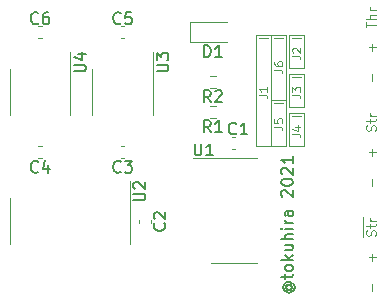
<source format=gbr>
%TF.GenerationSoftware,KiCad,Pcbnew,(5.1.10)-1*%
%TF.CreationDate,2021-10-05T19:45:30+09:00*%
%TF.ProjectId,mr8-iso-mux-sbus-4ws,6d72382d-6973-46f2-9d6d-75782d736275,1*%
%TF.SameCoordinates,Original*%
%TF.FileFunction,Legend,Top*%
%TF.FilePolarity,Positive*%
%FSLAX46Y46*%
G04 Gerber Fmt 4.6, Leading zero omitted, Abs format (unit mm)*
G04 Created by KiCad (PCBNEW (5.1.10)-1) date 2021-10-05 19:45:30*
%MOMM*%
%LPD*%
G01*
G04 APERTURE LIST*
%ADD10C,0.100000*%
%ADD11C,0.120000*%
%ADD12C,0.150000*%
G04 APERTURE END LIST*
D10*
X128524000Y-85852000D02*
X129286000Y-85852000D01*
X127000000Y-84709000D02*
X127762000Y-84709000D01*
X128524000Y-82550000D02*
X129286000Y-82550000D01*
X128524000Y-79248000D02*
X129286000Y-79248000D01*
X127000000Y-79248000D02*
X127762000Y-79248000D01*
X125730000Y-79248000D02*
X126492000Y-79248000D01*
D11*
X134816904Y-78308095D02*
X134816904Y-77850952D01*
X135616904Y-78079523D02*
X134816904Y-78079523D01*
X135616904Y-77584285D02*
X134816904Y-77584285D01*
X135616904Y-77241428D02*
X135197857Y-77241428D01*
X135121666Y-77279523D01*
X135083571Y-77355714D01*
X135083571Y-77470000D01*
X135121666Y-77546190D01*
X135159761Y-77584285D01*
X135616904Y-76860476D02*
X135083571Y-76860476D01*
X135235952Y-76860476D02*
X135159761Y-76822380D01*
X135121666Y-76784285D01*
X135083571Y-76708095D01*
X135083571Y-76631904D01*
X134523000Y-96107142D02*
X134523000Y-95345238D01*
X135578809Y-95954761D02*
X135616904Y-95840476D01*
X135616904Y-95650000D01*
X135578809Y-95573809D01*
X135540714Y-95535714D01*
X135464523Y-95497619D01*
X135388333Y-95497619D01*
X135312142Y-95535714D01*
X135274047Y-95573809D01*
X135235952Y-95650000D01*
X135197857Y-95802380D01*
X135159761Y-95878571D01*
X135121666Y-95916666D01*
X135045476Y-95954761D01*
X134969285Y-95954761D01*
X134893095Y-95916666D01*
X134855000Y-95878571D01*
X134816904Y-95802380D01*
X134816904Y-95611904D01*
X134855000Y-95497619D01*
X134523000Y-95345238D02*
X134523000Y-94888095D01*
X135083571Y-95269047D02*
X135083571Y-94964285D01*
X134816904Y-95154761D02*
X135502619Y-95154761D01*
X135578809Y-95116666D01*
X135616904Y-95040476D01*
X135616904Y-94964285D01*
X134523000Y-94888095D02*
X134523000Y-94392857D01*
X135616904Y-94697619D02*
X135083571Y-94697619D01*
X135235952Y-94697619D02*
X135159761Y-94659523D01*
X135121666Y-94621428D01*
X135083571Y-94545238D01*
X135083571Y-94469047D01*
X135578809Y-87064761D02*
X135616904Y-86950476D01*
X135616904Y-86760000D01*
X135578809Y-86683809D01*
X135540714Y-86645714D01*
X135464523Y-86607619D01*
X135388333Y-86607619D01*
X135312142Y-86645714D01*
X135274047Y-86683809D01*
X135235952Y-86760000D01*
X135197857Y-86912380D01*
X135159761Y-86988571D01*
X135121666Y-87026666D01*
X135045476Y-87064761D01*
X134969285Y-87064761D01*
X134893095Y-87026666D01*
X134855000Y-86988571D01*
X134816904Y-86912380D01*
X134816904Y-86721904D01*
X134855000Y-86607619D01*
X135083571Y-86379047D02*
X135083571Y-86074285D01*
X134816904Y-86264761D02*
X135502619Y-86264761D01*
X135578809Y-86226666D01*
X135616904Y-86150476D01*
X135616904Y-86074285D01*
X135616904Y-85807619D02*
X135083571Y-85807619D01*
X135235952Y-85807619D02*
X135159761Y-85769523D01*
X135121666Y-85731428D01*
X135083571Y-85655238D01*
X135083571Y-85579047D01*
X135312142Y-98094761D02*
X135312142Y-97485238D01*
X135616904Y-97790000D02*
X135007380Y-97790000D01*
X135312142Y-100634761D02*
X135312142Y-100025238D01*
X135312142Y-91744761D02*
X135312142Y-91135238D01*
X135312142Y-89204761D02*
X135312142Y-88595238D01*
X135616904Y-88900000D02*
X135007380Y-88900000D01*
X135312142Y-82854761D02*
X135312142Y-82245238D01*
X135312142Y-80314761D02*
X135312142Y-79705238D01*
X135616904Y-80010000D02*
X135007380Y-80010000D01*
D12*
X128119190Y-100137357D02*
X128071571Y-100184976D01*
X128023952Y-100280214D01*
X128023952Y-100375452D01*
X128071571Y-100470690D01*
X128119190Y-100518309D01*
X128214428Y-100565928D01*
X128309666Y-100565928D01*
X128404904Y-100518309D01*
X128452523Y-100470690D01*
X128500142Y-100375452D01*
X128500142Y-100280214D01*
X128452523Y-100184976D01*
X128404904Y-100137357D01*
X128023952Y-100137357D02*
X128404904Y-100137357D01*
X128452523Y-100089738D01*
X128452523Y-100042119D01*
X128404904Y-99946880D01*
X128309666Y-99899261D01*
X128071571Y-99899261D01*
X127928714Y-99994500D01*
X127833476Y-100137357D01*
X127785857Y-100327833D01*
X127833476Y-100518309D01*
X127928714Y-100661166D01*
X128071571Y-100756404D01*
X128262047Y-100804023D01*
X128452523Y-100756404D01*
X128595380Y-100661166D01*
X128690619Y-100518309D01*
X128738238Y-100327833D01*
X128690619Y-100137357D01*
X128595380Y-99994500D01*
X127928714Y-99613547D02*
X127928714Y-99232595D01*
X127595380Y-99470690D02*
X128452523Y-99470690D01*
X128547761Y-99423071D01*
X128595380Y-99327833D01*
X128595380Y-99232595D01*
X128595380Y-98756404D02*
X128547761Y-98851642D01*
X128500142Y-98899261D01*
X128404904Y-98946880D01*
X128119190Y-98946880D01*
X128023952Y-98899261D01*
X127976333Y-98851642D01*
X127928714Y-98756404D01*
X127928714Y-98613547D01*
X127976333Y-98518309D01*
X128023952Y-98470690D01*
X128119190Y-98423071D01*
X128404904Y-98423071D01*
X128500142Y-98470690D01*
X128547761Y-98518309D01*
X128595380Y-98613547D01*
X128595380Y-98756404D01*
X128595380Y-97994500D02*
X127595380Y-97994500D01*
X128214428Y-97899261D02*
X128595380Y-97613547D01*
X127928714Y-97613547D02*
X128309666Y-97994500D01*
X127928714Y-96756404D02*
X128595380Y-96756404D01*
X127928714Y-97184976D02*
X128452523Y-97184976D01*
X128547761Y-97137357D01*
X128595380Y-97042119D01*
X128595380Y-96899261D01*
X128547761Y-96804023D01*
X128500142Y-96756404D01*
X128595380Y-96280214D02*
X127595380Y-96280214D01*
X128595380Y-95851642D02*
X128071571Y-95851642D01*
X127976333Y-95899261D01*
X127928714Y-95994500D01*
X127928714Y-96137357D01*
X127976333Y-96232595D01*
X128023952Y-96280214D01*
X128595380Y-95375452D02*
X127928714Y-95375452D01*
X127595380Y-95375452D02*
X127643000Y-95423071D01*
X127690619Y-95375452D01*
X127643000Y-95327833D01*
X127595380Y-95375452D01*
X127690619Y-95375452D01*
X128595380Y-94899261D02*
X127928714Y-94899261D01*
X128119190Y-94899261D02*
X128023952Y-94851642D01*
X127976333Y-94804023D01*
X127928714Y-94708785D01*
X127928714Y-94613547D01*
X128595380Y-93851642D02*
X128071571Y-93851642D01*
X127976333Y-93899261D01*
X127928714Y-93994500D01*
X127928714Y-94184976D01*
X127976333Y-94280214D01*
X128547761Y-93851642D02*
X128595380Y-93946880D01*
X128595380Y-94184976D01*
X128547761Y-94280214D01*
X128452523Y-94327833D01*
X128357285Y-94327833D01*
X128262047Y-94280214D01*
X128214428Y-94184976D01*
X128214428Y-93946880D01*
X128166809Y-93851642D01*
X127690619Y-92661166D02*
X127643000Y-92613547D01*
X127595380Y-92518309D01*
X127595380Y-92280214D01*
X127643000Y-92184976D01*
X127690619Y-92137357D01*
X127785857Y-92089738D01*
X127881095Y-92089738D01*
X128023952Y-92137357D01*
X128595380Y-92708785D01*
X128595380Y-92089738D01*
X127595380Y-91470690D02*
X127595380Y-91375452D01*
X127643000Y-91280214D01*
X127690619Y-91232595D01*
X127785857Y-91184976D01*
X127976333Y-91137357D01*
X128214428Y-91137357D01*
X128404904Y-91184976D01*
X128500142Y-91232595D01*
X128547761Y-91280214D01*
X128595380Y-91375452D01*
X128595380Y-91470690D01*
X128547761Y-91565928D01*
X128500142Y-91613547D01*
X128404904Y-91661166D01*
X128214428Y-91708785D01*
X127976333Y-91708785D01*
X127785857Y-91661166D01*
X127690619Y-91613547D01*
X127643000Y-91565928D01*
X127595380Y-91470690D01*
X127690619Y-90756404D02*
X127643000Y-90708785D01*
X127595380Y-90613547D01*
X127595380Y-90375452D01*
X127643000Y-90280214D01*
X127690619Y-90232595D01*
X127785857Y-90184976D01*
X127881095Y-90184976D01*
X128023952Y-90232595D01*
X128595380Y-90804023D01*
X128595380Y-90184976D01*
X128595380Y-89232595D02*
X128595380Y-89804023D01*
X128595380Y-89518309D02*
X127595380Y-89518309D01*
X127738238Y-89613547D01*
X127833476Y-89708785D01*
X127881095Y-89804023D01*
D11*
X126746000Y-84455000D02*
X128016000Y-84455000D01*
X126746000Y-78994000D02*
X125476000Y-78994000D01*
X126746000Y-88392000D02*
X126746000Y-78994000D01*
X125476000Y-88392000D02*
X126746000Y-88392000D01*
X125476000Y-78994000D02*
X125476000Y-88392000D01*
X128016000Y-78994000D02*
X126746000Y-78994000D01*
X128016000Y-88392000D02*
X128016000Y-78994000D01*
X126746000Y-88392000D02*
X128016000Y-88392000D01*
X126746000Y-78994000D02*
X126746000Y-88392000D01*
X128270000Y-85598000D02*
X128270000Y-88392000D01*
X129540000Y-88392000D02*
X129540000Y-85598000D01*
X129540000Y-85598000D02*
X128270000Y-85598000D01*
X128270000Y-88392000D02*
X129540000Y-88392000D01*
X128270000Y-82296000D02*
X128270000Y-85090000D01*
X129540000Y-85090000D02*
X129540000Y-82296000D01*
X129540000Y-82296000D02*
X128270000Y-82296000D01*
X128270000Y-85090000D02*
X129540000Y-85090000D01*
X129540000Y-78994000D02*
X128270000Y-78994000D01*
X129540000Y-81788000D02*
X129540000Y-78994000D01*
X128270000Y-81788000D02*
X129540000Y-81788000D01*
X128270000Y-78994000D02*
X128270000Y-81788000D01*
%TO.C,D1*%
X119893000Y-77890000D02*
X123043000Y-77890000D01*
X119893000Y-79590000D02*
X123043000Y-79590000D01*
X119893000Y-77890000D02*
X119893000Y-79590000D01*
%TO.C,C6*%
X107334267Y-78230000D02*
X107041733Y-78230000D01*
X107334267Y-79250000D02*
X107041733Y-79250000D01*
%TO.C,C5*%
X114319267Y-78230000D02*
X114026733Y-78230000D01*
X114319267Y-79250000D02*
X114026733Y-79250000D01*
%TO.C,U4*%
X109748000Y-83820000D02*
X109748000Y-80370000D01*
X109748000Y-83820000D02*
X109748000Y-85770000D01*
X104628000Y-83820000D02*
X104628000Y-81870000D01*
X104628000Y-83820000D02*
X104628000Y-85770000D01*
%TO.C,U3*%
X116733000Y-83820000D02*
X116733000Y-80370000D01*
X116733000Y-83820000D02*
X116733000Y-85770000D01*
X111613000Y-83820000D02*
X111613000Y-81870000D01*
X111613000Y-83820000D02*
X111613000Y-85770000D01*
%TO.C,U1*%
X123571000Y-89418000D02*
X120121000Y-89418000D01*
X123571000Y-89418000D02*
X125521000Y-89418000D01*
X123571000Y-98288000D02*
X121621000Y-98288000D01*
X123571000Y-98288000D02*
X125521000Y-98288000D01*
%TO.C,C4*%
X107334267Y-88390000D02*
X107041733Y-88390000D01*
X107334267Y-89410000D02*
X107041733Y-89410000D01*
%TO.C,C3*%
X114319267Y-88390000D02*
X114026733Y-88390000D01*
X114319267Y-89410000D02*
X114026733Y-89410000D01*
%TO.C,C2*%
X115568000Y-94888267D02*
X115568000Y-94595733D01*
X116588000Y-94888267D02*
X116588000Y-94595733D01*
%TO.C,C1*%
X123717267Y-87628000D02*
X123424733Y-87628000D01*
X123717267Y-88648000D02*
X123424733Y-88648000D01*
%TO.C,R2*%
X121538276Y-82408500D02*
X122047724Y-82408500D01*
X121538276Y-83453500D02*
X122047724Y-83453500D01*
%TO.C,R1*%
X122047724Y-84948500D02*
X121538276Y-84948500D01*
X122047724Y-85993500D02*
X121538276Y-85993500D01*
%TO.C,U2*%
X114788000Y-94742000D02*
X114788000Y-91292000D01*
X114788000Y-94742000D02*
X114788000Y-96692000D01*
X104668000Y-94742000D02*
X104668000Y-92792000D01*
X104668000Y-94742000D02*
X104668000Y-96692000D01*
%TO.C,J4*%
D10*
X128521666Y-87355333D02*
X129021666Y-87355333D01*
X129121666Y-87388666D01*
X129188333Y-87455333D01*
X129221666Y-87555333D01*
X129221666Y-87622000D01*
X128755000Y-86722000D02*
X129221666Y-86722000D01*
X128488333Y-86888666D02*
X128988333Y-87055333D01*
X128988333Y-86622000D01*
%TO.C,J3*%
X128521666Y-84053333D02*
X129021666Y-84053333D01*
X129121666Y-84086666D01*
X129188333Y-84153333D01*
X129221666Y-84253333D01*
X129221666Y-84320000D01*
X128521666Y-83786666D02*
X128521666Y-83353333D01*
X128788333Y-83586666D01*
X128788333Y-83486666D01*
X128821666Y-83420000D01*
X128855000Y-83386666D01*
X128921666Y-83353333D01*
X129088333Y-83353333D01*
X129155000Y-83386666D01*
X129188333Y-83420000D01*
X129221666Y-83486666D01*
X129221666Y-83686666D01*
X129188333Y-83753333D01*
X129155000Y-83786666D01*
%TO.C,J2*%
X128521666Y-80751333D02*
X129021666Y-80751333D01*
X129121666Y-80784666D01*
X129188333Y-80851333D01*
X129221666Y-80951333D01*
X129221666Y-81018000D01*
X128588333Y-80451333D02*
X128555000Y-80418000D01*
X128521666Y-80351333D01*
X128521666Y-80184666D01*
X128555000Y-80118000D01*
X128588333Y-80084666D01*
X128655000Y-80051333D01*
X128721666Y-80051333D01*
X128821666Y-80084666D01*
X129221666Y-80484666D01*
X129221666Y-80051333D01*
%TO.C,J5*%
X126997666Y-86720333D02*
X127497666Y-86720333D01*
X127597666Y-86753666D01*
X127664333Y-86820333D01*
X127697666Y-86920333D01*
X127697666Y-86987000D01*
X126997666Y-86053666D02*
X126997666Y-86387000D01*
X127331000Y-86420333D01*
X127297666Y-86387000D01*
X127264333Y-86320333D01*
X127264333Y-86153666D01*
X127297666Y-86087000D01*
X127331000Y-86053666D01*
X127397666Y-86020333D01*
X127564333Y-86020333D01*
X127631000Y-86053666D01*
X127664333Y-86087000D01*
X127697666Y-86153666D01*
X127697666Y-86320333D01*
X127664333Y-86387000D01*
X127631000Y-86420333D01*
%TO.C,J6*%
X126997666Y-81894333D02*
X127497666Y-81894333D01*
X127597666Y-81927666D01*
X127664333Y-81994333D01*
X127697666Y-82094333D01*
X127697666Y-82161000D01*
X126997666Y-81261000D02*
X126997666Y-81394333D01*
X127031000Y-81461000D01*
X127064333Y-81494333D01*
X127164333Y-81561000D01*
X127297666Y-81594333D01*
X127564333Y-81594333D01*
X127631000Y-81561000D01*
X127664333Y-81527666D01*
X127697666Y-81461000D01*
X127697666Y-81327666D01*
X127664333Y-81261000D01*
X127631000Y-81227666D01*
X127564333Y-81194333D01*
X127397666Y-81194333D01*
X127331000Y-81227666D01*
X127297666Y-81261000D01*
X127264333Y-81327666D01*
X127264333Y-81461000D01*
X127297666Y-81527666D01*
X127331000Y-81561000D01*
X127397666Y-81594333D01*
%TO.C,J1*%
X125727666Y-84053333D02*
X126227666Y-84053333D01*
X126327666Y-84086666D01*
X126394333Y-84153333D01*
X126427666Y-84253333D01*
X126427666Y-84320000D01*
X126427666Y-83353333D02*
X126427666Y-83753333D01*
X126427666Y-83553333D02*
X125727666Y-83553333D01*
X125827666Y-83620000D01*
X125894333Y-83686666D01*
X125927666Y-83753333D01*
%TO.C,D1*%
D12*
X121054904Y-80843380D02*
X121054904Y-79843380D01*
X121293000Y-79843380D01*
X121435857Y-79891000D01*
X121531095Y-79986238D01*
X121578714Y-80081476D01*
X121626333Y-80271952D01*
X121626333Y-80414809D01*
X121578714Y-80605285D01*
X121531095Y-80700523D01*
X121435857Y-80795761D01*
X121293000Y-80843380D01*
X121054904Y-80843380D01*
X122578714Y-80843380D02*
X122007285Y-80843380D01*
X122293000Y-80843380D02*
X122293000Y-79843380D01*
X122197761Y-79986238D01*
X122102523Y-80081476D01*
X122007285Y-80129095D01*
%TO.C,C6*%
X107021333Y-77954142D02*
X106973714Y-78001761D01*
X106830857Y-78049380D01*
X106735619Y-78049380D01*
X106592761Y-78001761D01*
X106497523Y-77906523D01*
X106449904Y-77811285D01*
X106402285Y-77620809D01*
X106402285Y-77477952D01*
X106449904Y-77287476D01*
X106497523Y-77192238D01*
X106592761Y-77097000D01*
X106735619Y-77049380D01*
X106830857Y-77049380D01*
X106973714Y-77097000D01*
X107021333Y-77144619D01*
X107878476Y-77049380D02*
X107688000Y-77049380D01*
X107592761Y-77097000D01*
X107545142Y-77144619D01*
X107449904Y-77287476D01*
X107402285Y-77477952D01*
X107402285Y-77858904D01*
X107449904Y-77954142D01*
X107497523Y-78001761D01*
X107592761Y-78049380D01*
X107783238Y-78049380D01*
X107878476Y-78001761D01*
X107926095Y-77954142D01*
X107973714Y-77858904D01*
X107973714Y-77620809D01*
X107926095Y-77525571D01*
X107878476Y-77477952D01*
X107783238Y-77430333D01*
X107592761Y-77430333D01*
X107497523Y-77477952D01*
X107449904Y-77525571D01*
X107402285Y-77620809D01*
%TO.C,C5*%
X114006333Y-77954142D02*
X113958714Y-78001761D01*
X113815857Y-78049380D01*
X113720619Y-78049380D01*
X113577761Y-78001761D01*
X113482523Y-77906523D01*
X113434904Y-77811285D01*
X113387285Y-77620809D01*
X113387285Y-77477952D01*
X113434904Y-77287476D01*
X113482523Y-77192238D01*
X113577761Y-77097000D01*
X113720619Y-77049380D01*
X113815857Y-77049380D01*
X113958714Y-77097000D01*
X114006333Y-77144619D01*
X114911095Y-77049380D02*
X114434904Y-77049380D01*
X114387285Y-77525571D01*
X114434904Y-77477952D01*
X114530142Y-77430333D01*
X114768238Y-77430333D01*
X114863476Y-77477952D01*
X114911095Y-77525571D01*
X114958714Y-77620809D01*
X114958714Y-77858904D01*
X114911095Y-77954142D01*
X114863476Y-78001761D01*
X114768238Y-78049380D01*
X114530142Y-78049380D01*
X114434904Y-78001761D01*
X114387285Y-77954142D01*
%TO.C,U4*%
X110069380Y-82041904D02*
X110878904Y-82041904D01*
X110974142Y-81994285D01*
X111021761Y-81946666D01*
X111069380Y-81851428D01*
X111069380Y-81660952D01*
X111021761Y-81565714D01*
X110974142Y-81518095D01*
X110878904Y-81470476D01*
X110069380Y-81470476D01*
X110402714Y-80565714D02*
X111069380Y-80565714D01*
X110021761Y-80803809D02*
X110736047Y-81041904D01*
X110736047Y-80422857D01*
%TO.C,U3*%
X117054380Y-82041904D02*
X117863904Y-82041904D01*
X117959142Y-81994285D01*
X118006761Y-81946666D01*
X118054380Y-81851428D01*
X118054380Y-81660952D01*
X118006761Y-81565714D01*
X117959142Y-81518095D01*
X117863904Y-81470476D01*
X117054380Y-81470476D01*
X117054380Y-81089523D02*
X117054380Y-80470476D01*
X117435333Y-80803809D01*
X117435333Y-80660952D01*
X117482952Y-80565714D01*
X117530571Y-80518095D01*
X117625809Y-80470476D01*
X117863904Y-80470476D01*
X117959142Y-80518095D01*
X118006761Y-80565714D01*
X118054380Y-80660952D01*
X118054380Y-80946666D01*
X118006761Y-81041904D01*
X117959142Y-81089523D01*
%TO.C,U1*%
X120269095Y-88161880D02*
X120269095Y-88971404D01*
X120316714Y-89066642D01*
X120364333Y-89114261D01*
X120459571Y-89161880D01*
X120650047Y-89161880D01*
X120745285Y-89114261D01*
X120792904Y-89066642D01*
X120840523Y-88971404D01*
X120840523Y-88161880D01*
X121840523Y-89161880D02*
X121269095Y-89161880D01*
X121554809Y-89161880D02*
X121554809Y-88161880D01*
X121459571Y-88304738D01*
X121364333Y-88399976D01*
X121269095Y-88447595D01*
%TO.C,C4*%
X107021333Y-90527142D02*
X106973714Y-90574761D01*
X106830857Y-90622380D01*
X106735619Y-90622380D01*
X106592761Y-90574761D01*
X106497523Y-90479523D01*
X106449904Y-90384285D01*
X106402285Y-90193809D01*
X106402285Y-90050952D01*
X106449904Y-89860476D01*
X106497523Y-89765238D01*
X106592761Y-89670000D01*
X106735619Y-89622380D01*
X106830857Y-89622380D01*
X106973714Y-89670000D01*
X107021333Y-89717619D01*
X107878476Y-89955714D02*
X107878476Y-90622380D01*
X107640380Y-89574761D02*
X107402285Y-90289047D01*
X108021333Y-90289047D01*
%TO.C,C3*%
X114006333Y-90527142D02*
X113958714Y-90574761D01*
X113815857Y-90622380D01*
X113720619Y-90622380D01*
X113577761Y-90574761D01*
X113482523Y-90479523D01*
X113434904Y-90384285D01*
X113387285Y-90193809D01*
X113387285Y-90050952D01*
X113434904Y-89860476D01*
X113482523Y-89765238D01*
X113577761Y-89670000D01*
X113720619Y-89622380D01*
X113815857Y-89622380D01*
X113958714Y-89670000D01*
X114006333Y-89717619D01*
X114339666Y-89622380D02*
X114958714Y-89622380D01*
X114625380Y-90003333D01*
X114768238Y-90003333D01*
X114863476Y-90050952D01*
X114911095Y-90098571D01*
X114958714Y-90193809D01*
X114958714Y-90431904D01*
X114911095Y-90527142D01*
X114863476Y-90574761D01*
X114768238Y-90622380D01*
X114482523Y-90622380D01*
X114387285Y-90574761D01*
X114339666Y-90527142D01*
%TO.C,C2*%
X117705142Y-94908666D02*
X117752761Y-94956285D01*
X117800380Y-95099142D01*
X117800380Y-95194380D01*
X117752761Y-95337238D01*
X117657523Y-95432476D01*
X117562285Y-95480095D01*
X117371809Y-95527714D01*
X117228952Y-95527714D01*
X117038476Y-95480095D01*
X116943238Y-95432476D01*
X116848000Y-95337238D01*
X116800380Y-95194380D01*
X116800380Y-95099142D01*
X116848000Y-94956285D01*
X116895619Y-94908666D01*
X116895619Y-94527714D02*
X116848000Y-94480095D01*
X116800380Y-94384857D01*
X116800380Y-94146761D01*
X116848000Y-94051523D01*
X116895619Y-94003904D01*
X116990857Y-93956285D01*
X117086095Y-93956285D01*
X117228952Y-94003904D01*
X117800380Y-94575333D01*
X117800380Y-93956285D01*
%TO.C,C1*%
X123785333Y-87288642D02*
X123737714Y-87336261D01*
X123594857Y-87383880D01*
X123499619Y-87383880D01*
X123356761Y-87336261D01*
X123261523Y-87241023D01*
X123213904Y-87145785D01*
X123166285Y-86955309D01*
X123166285Y-86812452D01*
X123213904Y-86621976D01*
X123261523Y-86526738D01*
X123356761Y-86431500D01*
X123499619Y-86383880D01*
X123594857Y-86383880D01*
X123737714Y-86431500D01*
X123785333Y-86479119D01*
X124737714Y-87383880D02*
X124166285Y-87383880D01*
X124452000Y-87383880D02*
X124452000Y-86383880D01*
X124356761Y-86526738D01*
X124261523Y-86621976D01*
X124166285Y-86669595D01*
%TO.C,R2*%
X121626333Y-84653380D02*
X121293000Y-84177190D01*
X121054904Y-84653380D02*
X121054904Y-83653380D01*
X121435857Y-83653380D01*
X121531095Y-83701000D01*
X121578714Y-83748619D01*
X121626333Y-83843857D01*
X121626333Y-83986714D01*
X121578714Y-84081952D01*
X121531095Y-84129571D01*
X121435857Y-84177190D01*
X121054904Y-84177190D01*
X122007285Y-83748619D02*
X122054904Y-83701000D01*
X122150142Y-83653380D01*
X122388238Y-83653380D01*
X122483476Y-83701000D01*
X122531095Y-83748619D01*
X122578714Y-83843857D01*
X122578714Y-83939095D01*
X122531095Y-84081952D01*
X121959666Y-84653380D01*
X122578714Y-84653380D01*
%TO.C,R1*%
X121626333Y-87193380D02*
X121293000Y-86717190D01*
X121054904Y-87193380D02*
X121054904Y-86193380D01*
X121435857Y-86193380D01*
X121531095Y-86241000D01*
X121578714Y-86288619D01*
X121626333Y-86383857D01*
X121626333Y-86526714D01*
X121578714Y-86621952D01*
X121531095Y-86669571D01*
X121435857Y-86717190D01*
X121054904Y-86717190D01*
X122578714Y-87193380D02*
X122007285Y-87193380D01*
X122293000Y-87193380D02*
X122293000Y-86193380D01*
X122197761Y-86336238D01*
X122102523Y-86431476D01*
X122007285Y-86479095D01*
%TO.C,U2*%
X115085880Y-92963904D02*
X115895404Y-92963904D01*
X115990642Y-92916285D01*
X116038261Y-92868666D01*
X116085880Y-92773428D01*
X116085880Y-92582952D01*
X116038261Y-92487714D01*
X115990642Y-92440095D01*
X115895404Y-92392476D01*
X115085880Y-92392476D01*
X115181119Y-91963904D02*
X115133500Y-91916285D01*
X115085880Y-91821047D01*
X115085880Y-91582952D01*
X115133500Y-91487714D01*
X115181119Y-91440095D01*
X115276357Y-91392476D01*
X115371595Y-91392476D01*
X115514452Y-91440095D01*
X116085880Y-92011523D01*
X116085880Y-91392476D01*
%TD*%
M02*

</source>
